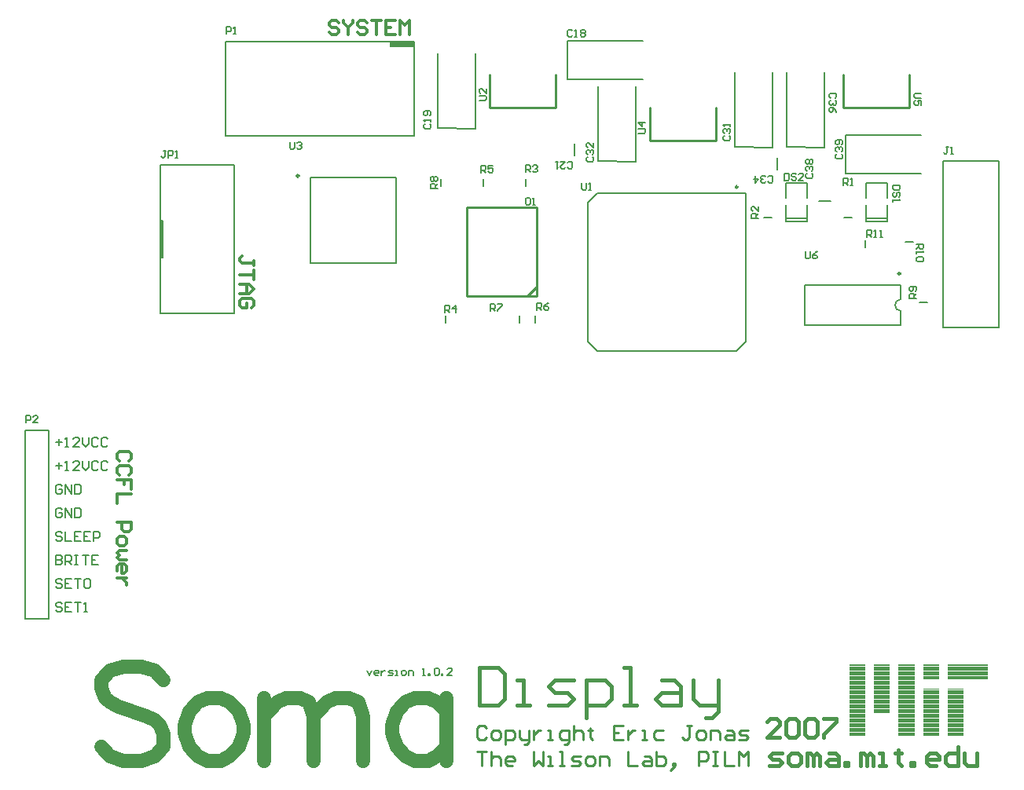
<source format=gto>
%FSLAX24Y24*%
%MOIN*%
G70*
G01*
G75*
G04 Layer_Color=65535*
%ADD10C,0.0177*%
%ADD11R,0.1000X0.1400*%
%ADD12R,0.0300X0.0600*%
%ADD13R,0.0433X0.0394*%
%ADD14R,0.0630X0.0512*%
%ADD15R,0.0945X0.1024*%
%ADD16R,0.0709X0.0630*%
%ADD17R,0.1024X0.0945*%
%ADD18R,0.0630X0.0709*%
%ADD19R,0.0394X0.0433*%
%ADD20R,0.0945X0.0354*%
%ADD21R,0.0787X0.0551*%
%ADD22R,0.0500X0.1449*%
%ADD23R,0.0177X0.0669*%
%ADD24R,0.0177X0.0669*%
%ADD25R,0.0197X0.0748*%
%ADD26R,0.0748X0.0197*%
%ADD27O,0.1083X0.0394*%
%ADD28R,0.1083X0.0394*%
%ADD29C,0.0080*%
%ADD30C,0.0060*%
%ADD31C,0.0300*%
%ADD32C,0.0160*%
%ADD33C,0.0110*%
%ADD34C,0.0120*%
%ADD35C,0.0200*%
%ADD36C,0.0100*%
%ADD37C,0.0669*%
%ADD38C,0.1600*%
%ADD39C,0.0591*%
%ADD40R,0.0591X0.0591*%
%ADD41C,0.0472*%
%ADD42C,0.0200*%
%ADD43C,0.0400*%
%ADD44C,0.0350*%
%ADD45R,0.0512X0.1339*%
%ADD46R,0.0276X0.0787*%
%ADD47R,0.0354X0.0276*%
%ADD48R,0.0276X0.0354*%
%ADD49C,0.0098*%
%ADD50C,0.0079*%
%ADD51C,0.0040*%
%ADD52C,0.0070*%
%ADD53C,0.0150*%
%ADD54C,0.0600*%
%ADD55R,0.0098X0.1575*%
D29*
X47394Y54706D02*
X49000Y54700D01*
Y54709D02*
Y57900D01*
X47394Y54706D02*
Y57896D01*
X49900Y53600D02*
X49906Y55206D01*
X49909Y53600D02*
X53100D01*
X49906Y55206D02*
X53096D01*
X39394Y54106D02*
X41000Y54100D01*
Y54109D02*
Y57300D01*
X39394Y54106D02*
Y57296D01*
X45194Y54706D02*
X46800Y54700D01*
Y54709D02*
Y57900D01*
X45194Y54706D02*
Y57896D01*
X32594Y55506D02*
X34200Y55500D01*
Y55509D02*
Y58700D01*
X32594Y55506D02*
Y58696D01*
X38100Y57600D02*
X38106Y59206D01*
X38109Y57600D02*
X41300D01*
X38106Y59206D02*
X41296D01*
X30600Y59100D02*
X30650Y59150D01*
X31600D01*
X30600Y59100D02*
X31600D01*
X30650Y59050D02*
X31600D01*
X30600Y59000D02*
X31600D01*
X30600D02*
Y59200D01*
X23600D02*
X31600D01*
X23600Y55200D02*
X31600D01*
Y59200D01*
X23600Y55200D02*
Y59200D01*
X20825Y50013D02*
X20924Y50111D01*
X20825Y50013D02*
X20924D01*
Y51587D01*
X20825D02*
X20924D01*
X20825D02*
X20924Y51489D01*
X20825Y47650D02*
X23975D01*
Y53950D01*
X20825D02*
X23975D01*
X20825Y47650D02*
Y53950D01*
X16400Y41200D02*
X16667D01*
X16533Y41333D02*
Y41067D01*
X16800Y41000D02*
X16933D01*
X16867D01*
Y41400D01*
X16800Y41333D01*
X17400Y41000D02*
X17133D01*
X17400Y41267D01*
Y41333D01*
X17333Y41400D01*
X17200D01*
X17133Y41333D01*
X17533Y41400D02*
Y41133D01*
X17666Y41000D01*
X17800Y41133D01*
Y41400D01*
X18199Y41333D02*
X18133Y41400D01*
X17999D01*
X17933Y41333D01*
Y41067D01*
X17999Y41000D01*
X18133D01*
X18199Y41067D01*
X18599Y41333D02*
X18533Y41400D01*
X18399D01*
X18333Y41333D01*
Y41067D01*
X18399Y41000D01*
X18533D01*
X18599Y41067D01*
X16667Y40333D02*
X16600Y40400D01*
X16467D01*
X16400Y40333D01*
Y40067D01*
X16467Y40000D01*
X16600D01*
X16667Y40067D01*
Y40200D01*
X16533D01*
X16800Y40000D02*
Y40400D01*
X17066Y40000D01*
Y40400D01*
X17200D02*
Y40000D01*
X17400D01*
X17466Y40067D01*
Y40333D01*
X17400Y40400D01*
X17200D01*
X16667Y39333D02*
X16600Y39400D01*
X16467D01*
X16400Y39333D01*
Y39067D01*
X16467Y39000D01*
X16600D01*
X16667Y39067D01*
Y39200D01*
X16533D01*
X16800Y39000D02*
Y39400D01*
X17066Y39000D01*
Y39400D01*
X17200D02*
Y39000D01*
X17400D01*
X17466Y39067D01*
Y39333D01*
X17400Y39400D01*
X17200D01*
X16667Y38333D02*
X16600Y38400D01*
X16467D01*
X16400Y38333D01*
Y38267D01*
X16467Y38200D01*
X16600D01*
X16667Y38133D01*
Y38067D01*
X16600Y38000D01*
X16467D01*
X16400Y38067D01*
X16800Y38400D02*
Y38000D01*
X17066D01*
X17466Y38400D02*
X17200D01*
Y38000D01*
X17466D01*
X17200Y38200D02*
X17333D01*
X17866Y38400D02*
X17600D01*
Y38000D01*
X17866D01*
X17600Y38200D02*
X17733D01*
X17999Y38000D02*
Y38400D01*
X18199D01*
X18266Y38333D01*
Y38200D01*
X18199Y38133D01*
X17999D01*
X16400Y37400D02*
Y37000D01*
X16600D01*
X16667Y37067D01*
Y37133D01*
X16600Y37200D01*
X16400D01*
X16600D01*
X16667Y37267D01*
Y37333D01*
X16600Y37400D01*
X16400D01*
X16800Y37000D02*
Y37400D01*
X17000D01*
X17066Y37333D01*
Y37200D01*
X17000Y37133D01*
X16800D01*
X16933D02*
X17066Y37000D01*
X17200Y37400D02*
X17333D01*
X17266D01*
Y37000D01*
X17200D01*
X17333D01*
X17533Y37400D02*
X17800D01*
X17666D01*
Y37000D01*
X18199Y37400D02*
X17933D01*
Y37000D01*
X18199D01*
X17933Y37200D02*
X18066D01*
X16667Y36333D02*
X16600Y36400D01*
X16467D01*
X16400Y36333D01*
Y36267D01*
X16467Y36200D01*
X16600D01*
X16667Y36133D01*
Y36067D01*
X16600Y36000D01*
X16467D01*
X16400Y36067D01*
X17066Y36400D02*
X16800D01*
Y36000D01*
X17066D01*
X16800Y36200D02*
X16933D01*
X17200Y36400D02*
X17466D01*
X17333D01*
Y36000D01*
X17600Y36333D02*
X17666Y36400D01*
X17800D01*
X17866Y36333D01*
Y36067D01*
X17800Y36000D01*
X17666D01*
X17600Y36067D01*
Y36333D01*
X16667Y35333D02*
X16600Y35400D01*
X16467D01*
X16400Y35333D01*
Y35267D01*
X16467Y35200D01*
X16600D01*
X16667Y35133D01*
Y35067D01*
X16600Y35000D01*
X16467D01*
X16400Y35067D01*
X17066Y35400D02*
X16800D01*
Y35000D01*
X17066D01*
X16800Y35200D02*
X16933D01*
X17200Y35400D02*
X17466D01*
X17333D01*
Y35000D01*
X17600D02*
X17733D01*
X17666D01*
Y35400D01*
X17600Y35333D01*
X16400Y42200D02*
X16667D01*
X16533Y42333D02*
Y42067D01*
X16800Y42000D02*
X16933D01*
X16867D01*
Y42400D01*
X16800Y42333D01*
X17400Y42000D02*
X17133D01*
X17400Y42267D01*
Y42333D01*
X17333Y42400D01*
X17200D01*
X17133Y42333D01*
X17533Y42400D02*
Y42133D01*
X17666Y42000D01*
X17800Y42133D01*
Y42400D01*
X18199Y42333D02*
X18133Y42400D01*
X17999D01*
X17933Y42333D01*
Y42067D01*
X17999Y42000D01*
X18133D01*
X18199Y42067D01*
X18599Y42333D02*
X18533Y42400D01*
X18399D01*
X18333Y42333D01*
Y42067D01*
X18399Y42000D01*
X18533D01*
X18599Y42067D01*
D32*
X34353Y32625D02*
Y31026D01*
X35153D01*
X35420Y31292D01*
Y32359D01*
X35153Y32625D01*
X34353D01*
X35953Y31026D02*
X36486D01*
X36219D01*
Y32092D01*
X35953D01*
X37286Y31026D02*
X38085D01*
X38352Y31292D01*
X38085Y31559D01*
X37552D01*
X37286Y31826D01*
X37552Y32092D01*
X38352D01*
X38885Y30493D02*
Y32092D01*
X39685D01*
X39952Y31826D01*
Y31292D01*
X39685Y31026D01*
X38885D01*
X40485D02*
X41018D01*
X40751D01*
Y32625D01*
X40485D01*
X42084Y32092D02*
X42617D01*
X42884Y31826D01*
Y31026D01*
X42084D01*
X41818Y31292D01*
X42084Y31559D01*
X42884D01*
X43417Y32092D02*
Y31292D01*
X43684Y31026D01*
X44483D01*
Y30759D01*
X44217Y30493D01*
X43950D01*
X44483Y31026D02*
Y32092D01*
D34*
X19500Y41400D02*
X19600Y41500D01*
Y41700D01*
X19500Y41800D01*
X19100D01*
X19000Y41700D01*
Y41500D01*
X19100Y41400D01*
X19500Y40800D02*
X19600Y40900D01*
Y41100D01*
X19500Y41200D01*
X19100D01*
X19000Y41100D01*
Y40900D01*
X19100Y40800D01*
X19600Y40201D02*
Y40600D01*
X19300D01*
Y40400D01*
Y40600D01*
X19000D01*
X19600Y40001D02*
X19000D01*
Y39601D01*
Y38801D02*
X19600D01*
Y38501D01*
X19500Y38401D01*
X19300D01*
X19200Y38501D01*
Y38801D01*
X19000Y38101D02*
Y37901D01*
X19100Y37801D01*
X19300D01*
X19400Y37901D01*
Y38101D01*
X19300Y38201D01*
X19100D01*
X19000Y38101D01*
X19400Y37601D02*
X19100D01*
X19000Y37501D01*
X19100Y37401D01*
X19000Y37301D01*
X19100Y37201D01*
X19400D01*
X19000Y36702D02*
Y36902D01*
X19100Y37002D01*
X19300D01*
X19400Y36902D01*
Y36702D01*
X19300Y36602D01*
X19200D01*
Y37002D01*
X19400Y36402D02*
X19000D01*
X19200D01*
X19300Y36302D01*
X19400Y36202D01*
Y36102D01*
X28400Y60000D02*
X28300Y60100D01*
X28100D01*
X28000Y60000D01*
Y59900D01*
X28100Y59800D01*
X28300D01*
X28400Y59700D01*
Y59600D01*
X28300Y59500D01*
X28100D01*
X28000Y59600D01*
X28600Y60100D02*
Y60000D01*
X28800Y59800D01*
X29000Y60000D01*
Y60100D01*
X28800Y59800D02*
Y59500D01*
X29599Y60000D02*
X29500Y60100D01*
X29300D01*
X29200Y60000D01*
Y59900D01*
X29300Y59800D01*
X29500D01*
X29599Y59700D01*
Y59600D01*
X29500Y59500D01*
X29300D01*
X29200Y59600D01*
X29799Y60100D02*
X30199D01*
X29999D01*
Y59500D01*
X30799Y60100D02*
X30399D01*
Y59500D01*
X30799D01*
X30399Y59800D02*
X30599D01*
X30999Y59500D02*
Y60100D01*
X31199Y59900D01*
X31399Y60100D01*
Y59500D01*
X24800Y49700D02*
Y49900D01*
Y49800D01*
X24300D01*
X24200Y49900D01*
Y50000D01*
X24300Y50100D01*
X24800Y49500D02*
Y49100D01*
Y49300D01*
X24200D01*
Y48900D02*
X24600D01*
X24800Y48700D01*
X24600Y48501D01*
X24200D01*
X24500D01*
Y48900D01*
X24700Y47901D02*
X24800Y48001D01*
Y48201D01*
X24700Y48301D01*
X24300D01*
X24200Y48201D01*
Y48001D01*
X24300Y47901D01*
X24500D01*
Y48101D01*
D36*
X34800Y56400D02*
Y57800D01*
X37600Y56400D02*
Y57800D01*
X34800Y56400D02*
X37600D01*
X49800D02*
X52600D01*
Y57800D01*
X49800Y56400D02*
Y57800D01*
X41600Y55000D02*
X44400D01*
Y56400D01*
X41600Y55000D02*
Y56400D01*
X36400Y48397D02*
X36794Y48791D01*
X33841Y48397D02*
Y52137D01*
X36794D01*
Y48397D02*
Y52137D01*
X33841Y48397D02*
X36794D01*
X34255Y29067D02*
X34655D01*
X34455D01*
Y28467D01*
X34855Y29067D02*
Y28467D01*
Y28767D01*
X34955Y28867D01*
X35155D01*
X35255Y28767D01*
Y28467D01*
X35754D02*
X35554D01*
X35454Y28567D01*
Y28767D01*
X35554Y28867D01*
X35754D01*
X35854Y28767D01*
Y28667D01*
X35454D01*
X36654Y29067D02*
Y28467D01*
X36854Y28667D01*
X37054Y28467D01*
Y29067D01*
X37254Y28467D02*
X37454D01*
X37354D01*
Y28867D01*
X37254D01*
X37754Y28467D02*
X37954D01*
X37854D01*
Y29067D01*
X37754D01*
X38254Y28467D02*
X38553D01*
X38653Y28567D01*
X38553Y28667D01*
X38354D01*
X38254Y28767D01*
X38354Y28867D01*
X38653D01*
X38953Y28467D02*
X39153D01*
X39253Y28567D01*
Y28767D01*
X39153Y28867D01*
X38953D01*
X38853Y28767D01*
Y28567D01*
X38953Y28467D01*
X39453D02*
Y28867D01*
X39753D01*
X39853Y28767D01*
Y28467D01*
X40653Y29067D02*
Y28467D01*
X41053D01*
X41353Y28867D02*
X41553D01*
X41652Y28767D01*
Y28467D01*
X41353D01*
X41253Y28567D01*
X41353Y28667D01*
X41652D01*
X41852Y29067D02*
Y28467D01*
X42152D01*
X42252Y28567D01*
Y28667D01*
Y28767D01*
X42152Y28867D01*
X41852D01*
X42552Y28367D02*
X42652Y28467D01*
Y28567D01*
X42552D01*
Y28467D01*
X42652D01*
X42552Y28367D01*
X42452Y28267D01*
X43652Y28467D02*
Y29067D01*
X43952D01*
X44052Y28967D01*
Y28767D01*
X43952Y28667D01*
X43652D01*
X44252Y29067D02*
X44452D01*
X44352D01*
Y28467D01*
X44252D01*
X44452D01*
X44751Y29067D02*
Y28467D01*
X45151D01*
X45351D02*
Y29067D01*
X45551Y28867D01*
X45751Y29067D01*
Y28467D01*
X34655Y30049D02*
X34555Y30149D01*
X34355D01*
X34255Y30049D01*
Y29649D01*
X34355Y29549D01*
X34555D01*
X34655Y29649D01*
X34955Y29549D02*
X35155D01*
X35255Y29649D01*
Y29849D01*
X35155Y29949D01*
X34955D01*
X34855Y29849D01*
Y29649D01*
X34955Y29549D01*
X35454Y29350D02*
Y29949D01*
X35754D01*
X35854Y29849D01*
Y29649D01*
X35754Y29549D01*
X35454D01*
X36054Y29949D02*
Y29649D01*
X36154Y29549D01*
X36454D01*
Y29450D01*
X36354Y29350D01*
X36254D01*
X36454Y29549D02*
Y29949D01*
X36654D02*
Y29549D01*
Y29749D01*
X36754Y29849D01*
X36854Y29949D01*
X36954D01*
X37254Y29549D02*
X37454D01*
X37354D01*
Y29949D01*
X37254D01*
X37954Y29350D02*
X38054D01*
X38154Y29450D01*
Y29949D01*
X37854D01*
X37754Y29849D01*
Y29649D01*
X37854Y29549D01*
X38154D01*
X38354Y30149D02*
Y29549D01*
Y29849D01*
X38454Y29949D01*
X38653D01*
X38753Y29849D01*
Y29549D01*
X39053Y30049D02*
Y29949D01*
X38953D01*
X39153D01*
X39053D01*
Y29649D01*
X39153Y29549D01*
X40453Y30149D02*
X40053D01*
Y29549D01*
X40453D01*
X40053Y29849D02*
X40253D01*
X40653Y29949D02*
Y29549D01*
Y29749D01*
X40753Y29849D01*
X40853Y29949D01*
X40953D01*
X41253Y29549D02*
X41453D01*
X41353D01*
Y29949D01*
X41253D01*
X42152D02*
X41852D01*
X41752Y29849D01*
Y29649D01*
X41852Y29549D01*
X42152D01*
X43352Y30149D02*
X43152D01*
X43252D01*
Y29649D01*
X43152Y29549D01*
X43052D01*
X42952Y29649D01*
X43652Y29549D02*
X43852D01*
X43952Y29649D01*
Y29849D01*
X43852Y29949D01*
X43652D01*
X43552Y29849D01*
Y29649D01*
X43652Y29549D01*
X44152D02*
Y29949D01*
X44452D01*
X44552Y29849D01*
Y29549D01*
X44851Y29949D02*
X45051D01*
X45151Y29849D01*
Y29549D01*
X44851D01*
X44751Y29649D01*
X44851Y29749D01*
X45151D01*
X45351Y29549D02*
X45651D01*
X45751Y29649D01*
X45651Y29749D01*
X45451D01*
X45351Y29849D01*
X45451Y29949D01*
X45751D01*
D49*
X45325Y53012D02*
G03*
X45325Y53012I-49J0D01*
G01*
X52218Y49339D02*
G03*
X52218Y49339I-49J0D01*
G01*
X26707Y53490D02*
G03*
X26707Y53490I-49J0D01*
G01*
D50*
X52237Y48250D02*
G03*
X52237Y47750I0J-250D01*
G01*
X34531Y53043D02*
Y53357D01*
X50747Y51699D02*
X51653D01*
Y52557D02*
Y53187D01*
X50747Y52557D02*
Y53187D01*
X51653D01*
X50747Y51561D02*
X51653D01*
Y52243D01*
X50747Y51561D02*
Y52243D01*
X47347Y51699D02*
X48253D01*
Y52557D02*
Y53187D01*
X47347Y52557D02*
Y53187D01*
X48253D01*
X47347Y51561D02*
X48253D01*
Y52243D01*
X47347Y51561D02*
Y52243D01*
X32731Y53043D02*
Y53357D01*
X36069Y47243D02*
Y47557D01*
X36731Y47243D02*
Y47557D01*
X48744Y52402D02*
X49256D01*
X46998Y53744D02*
Y54256D01*
X32931Y47243D02*
Y47557D01*
X36331Y53043D02*
Y53357D01*
X38398Y54344D02*
Y54856D01*
X50731Y50443D02*
Y50757D01*
X52443Y50669D02*
X52757D01*
X53043Y48131D02*
X53357D01*
X16100Y34700D02*
Y42700D01*
X15100D02*
X16100D01*
X15100Y34700D02*
Y42700D01*
Y34700D02*
X16100D01*
X45276Y46063D02*
X45669Y46457D01*
X38976D02*
X39370Y46063D01*
X38976Y52362D02*
X39370Y52756D01*
X45669Y46457D02*
Y52756D01*
X39370Y46063D02*
X45276D01*
X38976Y46457D02*
Y52362D01*
X39370Y52756D02*
X45669D01*
X48163Y47154D02*
X52237D01*
X48163Y48846D02*
X52237D01*
X48163Y47154D02*
Y48846D01*
X52237Y47154D02*
Y47750D01*
Y48250D02*
Y48846D01*
X30811Y49789D02*
Y53411D01*
X27189Y49789D02*
Y53411D01*
X30811D01*
X27189Y49789D02*
X30811D01*
X49843Y51731D02*
X50157D01*
X46443D02*
X46757D01*
D51*
X50057Y32746D02*
X50697D01*
X51097D02*
X51737D01*
X52137D02*
X52777D01*
X53177D02*
X53817D01*
X54217D02*
X55897D01*
X50057Y32706D02*
X50697D01*
X51097D02*
X51737D01*
X52137D02*
X52777D01*
X53177D02*
X53817D01*
X54217D02*
X55897D01*
X50057Y32666D02*
X50697D01*
X51097D02*
X51737D01*
X52137D02*
X52777D01*
X53177D02*
X53817D01*
X54217D02*
X55897D01*
X50057Y32626D02*
X50697D01*
X51097D02*
X51737D01*
X52137D02*
X52777D01*
X53177D02*
X53817D01*
X54217D02*
X55897D01*
X50057Y32586D02*
X50697D01*
X51097D02*
X51737D01*
X52137D02*
X52777D01*
X53177D02*
X53817D01*
X54217D02*
X55897D01*
X50057Y32546D02*
X50697D01*
X51097D02*
X51737D01*
X52137D02*
X52777D01*
X53177D02*
X53817D01*
X54217D02*
X55897D01*
X50057Y32506D02*
X50697D01*
X51097D02*
X51737D01*
X52137D02*
X52777D01*
X53177D02*
X53817D01*
X54217D02*
X55897D01*
X50057Y32466D02*
X50697D01*
X51097D02*
X51737D01*
X52137D02*
X52777D01*
X53177D02*
X53817D01*
X54217D02*
X55897D01*
X50057Y32426D02*
X50697D01*
X51097D02*
X51737D01*
X52137D02*
X52777D01*
X53177D02*
X53817D01*
X54217D02*
X55897D01*
X50057Y32386D02*
X50697D01*
X51097D02*
X51737D01*
X52137D02*
X52777D01*
X53177D02*
X53817D01*
X54217D02*
X55897D01*
X50057Y32346D02*
X50697D01*
X51097D02*
X51737D01*
X52137D02*
X52777D01*
X53177D02*
X53817D01*
X54217D02*
X55897D01*
X50057Y32306D02*
X50697D01*
X51097D02*
X51737D01*
X52137D02*
X52777D01*
X53177D02*
X53817D01*
X54217D02*
X55897D01*
X50057Y32266D02*
X50697D01*
X51097D02*
X51737D01*
X52137D02*
X52777D01*
X53177D02*
X53817D01*
X54217D02*
X55897D01*
X50057Y32226D02*
X50697D01*
X51097D02*
X51737D01*
X52137D02*
X52777D01*
X53177D02*
X53817D01*
X54217D02*
X55897D01*
X50057Y32186D02*
X50697D01*
X51097D02*
X51737D01*
X52137D02*
X52777D01*
X53177D02*
X53817D01*
X54217D02*
X55897D01*
X50057Y32146D02*
X50697D01*
X51097D02*
X51737D01*
X52137D02*
X52777D01*
X53177D02*
X53817D01*
X54217D02*
X55897D01*
X50057Y32106D02*
X50697D01*
X51097D02*
X51737D01*
X52137D02*
X52777D01*
X50057Y32066D02*
X50697D01*
X51097D02*
X51737D01*
X52137D02*
X52777D01*
X50057Y32026D02*
X50697D01*
X51097D02*
X51737D01*
X52137D02*
X52777D01*
X50057Y31986D02*
X50697D01*
X51097D02*
X51737D01*
X52137D02*
X52777D01*
X50057Y31946D02*
X50697D01*
X51097D02*
X51737D01*
X52137D02*
X52777D01*
X50057Y31906D02*
X50697D01*
X51097D02*
X51737D01*
X52137D02*
X52777D01*
X50057Y31866D02*
X50697D01*
X51097D02*
X51737D01*
X52137D02*
X52777D01*
X50057Y31826D02*
X50697D01*
X51097D02*
X51737D01*
X52137D02*
X52777D01*
X50057Y31786D02*
X50697D01*
X51097D02*
X51737D01*
X52137D02*
X52777D01*
X50057Y31746D02*
X50697D01*
X51097D02*
X51737D01*
X52137D02*
X52777D01*
X50057Y31706D02*
X50697D01*
X51097D02*
X51737D01*
X52137D02*
X52777D01*
X53177D02*
X53817D01*
X54217D02*
X54857D01*
X50057Y31666D02*
X50697D01*
X51097D02*
X51737D01*
X52137D02*
X52777D01*
X53177D02*
X53817D01*
X54217D02*
X54857D01*
X50057Y31626D02*
X50697D01*
X51097D02*
X51737D01*
X52137D02*
X52777D01*
X53177D02*
X53817D01*
X54217D02*
X54857D01*
X50057Y31586D02*
X50697D01*
X51097D02*
X51737D01*
X52137D02*
X52777D01*
X53177D02*
X53817D01*
X54217D02*
X54857D01*
X50057Y31546D02*
X50697D01*
X51097D02*
X51737D01*
X52137D02*
X52777D01*
X53177D02*
X53817D01*
X54217D02*
X54857D01*
X50057Y31506D02*
X50697D01*
X51097D02*
X51737D01*
X52137D02*
X52777D01*
X53177D02*
X53817D01*
X54217D02*
X54857D01*
X50057Y31466D02*
X50697D01*
X51097D02*
X51737D01*
X52137D02*
X52777D01*
X53177D02*
X53817D01*
X54217D02*
X54857D01*
X50057Y31426D02*
X50697D01*
X51097D02*
X51737D01*
X52137D02*
X52777D01*
X53177D02*
X53817D01*
X54217D02*
X54857D01*
X50057Y31386D02*
X50697D01*
X51097D02*
X51737D01*
X52137D02*
X52777D01*
X53177D02*
X53817D01*
X54217D02*
X54857D01*
X50057Y31346D02*
X50697D01*
X51097D02*
X51737D01*
X52137D02*
X52777D01*
X53177D02*
X53817D01*
X54217D02*
X54857D01*
X50057Y31306D02*
X50697D01*
X51097D02*
X51737D01*
X52137D02*
X52777D01*
X53177D02*
X53817D01*
X54217D02*
X54857D01*
X50057Y31266D02*
X50697D01*
X51097D02*
X51737D01*
X52137D02*
X52777D01*
X53177D02*
X53817D01*
X54217D02*
X54857D01*
X50057Y31226D02*
X50697D01*
X51097D02*
X51737D01*
X52137D02*
X52777D01*
X53177D02*
X53817D01*
X54217D02*
X54857D01*
X50057Y31186D02*
X50697D01*
X51097D02*
X51737D01*
X52137D02*
X52777D01*
X53177D02*
X53817D01*
X54217D02*
X54857D01*
X50057Y31146D02*
X50697D01*
X51097D02*
X51737D01*
X52137D02*
X52777D01*
X53177D02*
X53817D01*
X54217D02*
X54857D01*
X50057Y31106D02*
X50697D01*
X51097D02*
X51737D01*
X52137D02*
X52777D01*
X53177D02*
X53817D01*
X54217D02*
X54857D01*
X50057Y31066D02*
X50697D01*
X51097D02*
X51737D01*
X52137D02*
X52777D01*
X53177D02*
X53817D01*
X54217D02*
X54857D01*
X50057Y31026D02*
X50697D01*
X51097D02*
X51737D01*
X52137D02*
X52777D01*
X53177D02*
X53817D01*
X54217D02*
X54857D01*
X50057Y30986D02*
X50697D01*
X51097D02*
X51737D01*
X52137D02*
X52777D01*
X53177D02*
X53817D01*
X54217D02*
X54857D01*
X50057Y30946D02*
X50697D01*
X51097D02*
X51737D01*
X52137D02*
X52777D01*
X53177D02*
X53817D01*
X54217D02*
X54857D01*
X50057Y30906D02*
X50697D01*
X51097D02*
X51737D01*
X52137D02*
X52777D01*
X53177D02*
X53817D01*
X54217D02*
X54857D01*
X50057Y30866D02*
X50697D01*
X51097D02*
X51737D01*
X52137D02*
X52777D01*
X53177D02*
X53817D01*
X54217D02*
X54857D01*
X50057Y30826D02*
X50697D01*
X51097D02*
X51737D01*
X52137D02*
X52777D01*
X53177D02*
X53817D01*
X54217D02*
X54857D01*
X50057Y30786D02*
X50697D01*
X51097D02*
X51737D01*
X52137D02*
X52777D01*
X53177D02*
X53817D01*
X54217D02*
X54857D01*
X50057Y30746D02*
X50697D01*
X51097D02*
X51737D01*
X52137D02*
X52777D01*
X53177D02*
X53817D01*
X54217D02*
X54857D01*
X50057Y30706D02*
X50697D01*
X51097D02*
X51737D01*
X52137D02*
X52777D01*
X53177D02*
X53817D01*
X54217D02*
X54857D01*
X50057Y30666D02*
X50697D01*
X52137D02*
X52777D01*
X53177D02*
X53817D01*
X54217D02*
X54857D01*
X50057Y30626D02*
X50697D01*
X52137D02*
X52777D01*
X53177D02*
X53817D01*
X54217D02*
X54857D01*
X50057Y30586D02*
X50697D01*
X52137D02*
X52777D01*
X53177D02*
X53817D01*
X54217D02*
X54857D01*
X50057Y30546D02*
X50697D01*
X52137D02*
X52777D01*
X53177D02*
X53817D01*
X54217D02*
X54857D01*
X50057Y30506D02*
X50697D01*
X52137D02*
X52777D01*
X53177D02*
X53817D01*
X54217D02*
X54857D01*
X50057Y30466D02*
X50697D01*
X52137D02*
X52777D01*
X53177D02*
X53817D01*
X54217D02*
X54857D01*
X50057Y30426D02*
X50697D01*
X52137D02*
X52777D01*
X53177D02*
X53817D01*
X54217D02*
X54857D01*
X50057Y30386D02*
X50697D01*
X52137D02*
X52777D01*
X53177D02*
X53817D01*
X54217D02*
X54857D01*
X50057Y30346D02*
X50697D01*
X52137D02*
X52777D01*
X53177D02*
X53817D01*
X54217D02*
X54857D01*
X50057Y30306D02*
X50697D01*
X52137D02*
X52777D01*
X53177D02*
X53817D01*
X54217D02*
X54857D01*
X50057Y30266D02*
X50697D01*
X52137D02*
X52777D01*
X53177D02*
X53817D01*
X54217D02*
X54857D01*
X50057Y30226D02*
X50697D01*
X52137D02*
X52777D01*
X53177D02*
X53817D01*
X54217D02*
X54857D01*
X50057Y30186D02*
X50697D01*
X52137D02*
X52777D01*
X53177D02*
X53817D01*
X54217D02*
X54857D01*
X50057Y30146D02*
X50697D01*
X52137D02*
X52777D01*
X53177D02*
X53817D01*
X54217D02*
X54857D01*
X50057Y30106D02*
X50697D01*
X52137D02*
X52777D01*
X53177D02*
X53817D01*
X54217D02*
X54857D01*
X50057Y30066D02*
X50697D01*
X52137D02*
X52777D01*
X53177D02*
X53817D01*
X54217D02*
X54857D01*
X50057Y30026D02*
X50697D01*
X52137D02*
X52777D01*
X53177D02*
X53817D01*
X54217D02*
X54857D01*
X50057Y29986D02*
X50697D01*
X52137D02*
X52777D01*
X53177D02*
X53817D01*
X54217D02*
X54857D01*
X50057Y29946D02*
X50697D01*
X52137D02*
X52777D01*
X53177D02*
X53817D01*
X54217D02*
X54857D01*
X50057Y29906D02*
X50697D01*
X52137D02*
X52777D01*
X53177D02*
X53817D01*
X54217D02*
X54857D01*
X50057Y29866D02*
X50697D01*
X52137D02*
X52777D01*
X53177D02*
X53817D01*
X54217D02*
X54857D01*
X50057Y29826D02*
X50697D01*
X52137D02*
X52777D01*
X53177D02*
X53817D01*
X54217D02*
X54857D01*
X50057Y29786D02*
X50697D01*
X52137D02*
X52777D01*
X53177D02*
X53817D01*
X54217D02*
X54857D01*
X50057Y29746D02*
X50697D01*
X52137D02*
X52777D01*
X53177D02*
X53817D01*
X54217D02*
X54857D01*
D52*
X54019Y47035D02*
Y54121D01*
Y47035D02*
Y54121D01*
X56381D01*
X54019Y47035D02*
X56381D01*
Y54121D01*
X52200Y53100D02*
X51900D01*
Y52950D01*
X51950Y52900D01*
X52150D01*
X52200Y52950D01*
Y53100D01*
X52150Y52600D02*
X52200Y52650D01*
Y52750D01*
X52150Y52800D01*
X52100D01*
X52050Y52750D01*
Y52650D01*
X52000Y52600D01*
X51950D01*
X51900Y52650D01*
Y52750D01*
X51950Y52800D01*
X51900Y52500D02*
Y52400D01*
Y52450D01*
X52200D01*
X52150Y52500D01*
X47300Y53600D02*
Y53300D01*
X47450D01*
X47500Y53350D01*
Y53550D01*
X47450Y53600D01*
X47300D01*
X47800Y53550D02*
X47750Y53600D01*
X47650D01*
X47600Y53550D01*
Y53500D01*
X47650Y53450D01*
X47750D01*
X47800Y53400D01*
Y53350D01*
X47750Y53300D01*
X47650D01*
X47600Y53350D01*
X48100Y53300D02*
X47900D01*
X48100Y53500D01*
Y53550D01*
X48050Y53600D01*
X47950D01*
X47900Y53550D01*
X49800Y53100D02*
Y53400D01*
X49950D01*
X50000Y53350D01*
Y53250D01*
X49950Y53200D01*
X49800D01*
X49900D02*
X50000Y53100D01*
X50100D02*
X50200D01*
X50150D01*
Y53400D01*
X50100Y53350D01*
X46200Y51700D02*
X45900D01*
Y51850D01*
X45950Y51900D01*
X46050D01*
X46100Y51850D01*
Y51700D01*
Y51800D02*
X46200Y51900D01*
Y52200D02*
Y52000D01*
X46000Y52200D01*
X45950D01*
X45900Y52150D01*
Y52050D01*
X45950Y52000D01*
X38700Y53200D02*
Y52950D01*
X38750Y52900D01*
X38850D01*
X38900Y52950D01*
Y53200D01*
X39000Y52900D02*
X39100D01*
X39050D01*
Y53200D01*
X39000Y53150D01*
X38300Y59650D02*
X38250Y59700D01*
X38150D01*
X38100Y59650D01*
Y59450D01*
X38150Y59400D01*
X38250D01*
X38300Y59450D01*
X38400Y59400D02*
X38500D01*
X38450D01*
Y59700D01*
X38400Y59650D01*
X38650D02*
X38700Y59700D01*
X38800D01*
X38850Y59650D01*
Y59600D01*
X38800Y59550D01*
X38850Y59500D01*
Y59450D01*
X38800Y59400D01*
X38700D01*
X38650Y59450D01*
Y59500D01*
X38700Y59550D01*
X38650Y59600D01*
Y59650D01*
X38700Y59550D02*
X38800D01*
X32050Y55700D02*
X32000Y55650D01*
Y55550D01*
X32050Y55500D01*
X32250D01*
X32300Y55550D01*
Y55650D01*
X32250Y55700D01*
X32300Y55800D02*
Y55900D01*
Y55850D01*
X32000D01*
X32050Y55800D01*
X32250Y56050D02*
X32300Y56100D01*
Y56200D01*
X32250Y56250D01*
X32050D01*
X32000Y56200D01*
Y56100D01*
X32050Y56050D01*
X32100D01*
X32150Y56100D01*
Y56250D01*
X38100Y53850D02*
X38150Y53800D01*
X38250D01*
X38300Y53850D01*
Y54050D01*
X38250Y54100D01*
X38150D01*
X38100Y54050D01*
X37800Y54100D02*
X38000D01*
X37800Y53900D01*
Y53850D01*
X37850Y53800D01*
X37950D01*
X38000Y53850D01*
X37700Y54100D02*
X37600D01*
X37650D01*
Y53800D01*
X37700Y53850D01*
X44750Y55200D02*
X44700Y55150D01*
Y55050D01*
X44750Y55000D01*
X44950D01*
X45000Y55050D01*
Y55150D01*
X44950Y55200D01*
X44750Y55300D02*
X44700Y55350D01*
Y55450D01*
X44750Y55500D01*
X44800D01*
X44850Y55450D01*
Y55400D01*
Y55450D01*
X44900Y55500D01*
X44950D01*
X45000Y55450D01*
Y55350D01*
X44950Y55300D01*
X45000Y55600D02*
Y55700D01*
Y55650D01*
X44700D01*
X44750Y55600D01*
X38950Y54300D02*
X38900Y54250D01*
Y54150D01*
X38950Y54100D01*
X39150D01*
X39200Y54150D01*
Y54250D01*
X39150Y54300D01*
X38950Y54400D02*
X38900Y54450D01*
Y54550D01*
X38950Y54600D01*
X39000D01*
X39050Y54550D01*
Y54500D01*
Y54550D01*
X39100Y54600D01*
X39150D01*
X39200Y54550D01*
Y54450D01*
X39150Y54400D01*
X39200Y54900D02*
Y54700D01*
X39000Y54900D01*
X38950D01*
X38900Y54850D01*
Y54750D01*
X38950Y54700D01*
X46600Y53250D02*
X46650Y53200D01*
X46750D01*
X46800Y53250D01*
Y53450D01*
X46750Y53500D01*
X46650D01*
X46600Y53450D01*
X46500Y53250D02*
X46450Y53200D01*
X46350D01*
X46300Y53250D01*
Y53300D01*
X46350Y53350D01*
X46400D01*
X46350D01*
X46300Y53400D01*
Y53450D01*
X46350Y53500D01*
X46450D01*
X46500Y53450D01*
X46050Y53500D02*
Y53200D01*
X46200Y53350D01*
X46000D01*
X49450Y56800D02*
X49500Y56850D01*
Y56950D01*
X49450Y57000D01*
X49250D01*
X49200Y56950D01*
Y56850D01*
X49250Y56800D01*
X49450Y56700D02*
X49500Y56650D01*
Y56550D01*
X49450Y56500D01*
X49400D01*
X49350Y56550D01*
Y56600D01*
Y56550D01*
X49300Y56500D01*
X49250D01*
X49200Y56550D01*
Y56650D01*
X49250Y56700D01*
X49500Y56200D02*
X49450Y56300D01*
X49350Y56400D01*
X49250D01*
X49200Y56350D01*
Y56250D01*
X49250Y56200D01*
X49300D01*
X49350Y56250D01*
Y56400D01*
X48250Y53600D02*
X48200Y53550D01*
Y53450D01*
X48250Y53400D01*
X48450D01*
X48500Y53450D01*
Y53550D01*
X48450Y53600D01*
X48250Y53700D02*
X48200Y53750D01*
Y53850D01*
X48250Y53900D01*
X48300D01*
X48350Y53850D01*
Y53800D01*
Y53850D01*
X48400Y53900D01*
X48450D01*
X48500Y53850D01*
Y53750D01*
X48450Y53700D01*
X48250Y54000D02*
X48200Y54050D01*
Y54150D01*
X48250Y54200D01*
X48300D01*
X48350Y54150D01*
X48400Y54200D01*
X48450D01*
X48500Y54150D01*
Y54050D01*
X48450Y54000D01*
X48400D01*
X48350Y54050D01*
X48300Y54000D01*
X48250D01*
X48350Y54050D02*
Y54150D01*
X49518Y54413D02*
X49468Y54363D01*
Y54263D01*
X49518Y54213D01*
X49718D01*
X49768Y54263D01*
Y54363D01*
X49718Y54413D01*
X49518Y54513D02*
X49468Y54563D01*
Y54663D01*
X49518Y54713D01*
X49568D01*
X49618Y54663D01*
Y54613D01*
Y54663D01*
X49668Y54713D01*
X49718D01*
X49768Y54663D01*
Y54563D01*
X49718Y54513D01*
Y54813D02*
X49768Y54863D01*
Y54963D01*
X49718Y55013D01*
X49518D01*
X49468Y54963D01*
Y54863D01*
X49518Y54813D01*
X49568D01*
X49618Y54863D01*
Y55013D01*
X54250Y54730D02*
X54150D01*
X54200D01*
Y54480D01*
X54150Y54430D01*
X54100D01*
X54050Y54480D01*
X54350Y54430D02*
X54450D01*
X54400D01*
Y54730D01*
X54350Y54680D01*
X21060Y54560D02*
X20960D01*
X21010D01*
Y54310D01*
X20960Y54260D01*
X20910D01*
X20860Y54310D01*
X21160Y54260D02*
Y54560D01*
X21310D01*
X21360Y54510D01*
Y54410D01*
X21310Y54360D01*
X21160D01*
X21460Y54260D02*
X21560D01*
X21510D01*
Y54560D01*
X21460Y54510D01*
X36469Y52564D02*
X36369D01*
X36319Y52514D01*
Y52314D01*
X36369Y52264D01*
X36469D01*
X36519Y52314D01*
Y52514D01*
X36469Y52564D01*
X36619Y52264D02*
X36719D01*
X36669D01*
Y52564D01*
X36619Y52514D01*
X23630Y59510D02*
Y59810D01*
X23780D01*
X23830Y59760D01*
Y59660D01*
X23780Y59610D01*
X23630D01*
X23930Y59510D02*
X24030D01*
X23980D01*
Y59810D01*
X23930Y59760D01*
X36319Y53642D02*
Y53942D01*
X36469D01*
X36519Y53892D01*
Y53792D01*
X36469Y53742D01*
X36319D01*
X36419D02*
X36519Y53642D01*
X36619Y53892D02*
X36669Y53942D01*
X36769D01*
X36819Y53892D01*
Y53842D01*
X36769Y53792D01*
X36719D01*
X36769D01*
X36819Y53742D01*
Y53692D01*
X36769Y53642D01*
X36669D01*
X36619Y53692D01*
X32900Y47700D02*
Y48000D01*
X33050D01*
X33100Y47950D01*
Y47850D01*
X33050Y47800D01*
X32900D01*
X33000D02*
X33100Y47700D01*
X33350D02*
Y48000D01*
X33200Y47850D01*
X33400D01*
X34443Y53623D02*
Y53922D01*
X34593D01*
X34643Y53872D01*
Y53772D01*
X34593Y53722D01*
X34443D01*
X34543D02*
X34643Y53623D01*
X34943Y53922D02*
X34743D01*
Y53772D01*
X34843Y53822D01*
X34893D01*
X34943Y53772D01*
Y53673D01*
X34893Y53623D01*
X34793D01*
X34743Y53673D01*
X36800Y47800D02*
Y48100D01*
X36950D01*
X37000Y48050D01*
Y47950D01*
X36950Y47900D01*
X36800D01*
X36900D02*
X37000Y47800D01*
X37300Y48100D02*
X37200Y48050D01*
X37100Y47950D01*
Y47850D01*
X37150Y47800D01*
X37250D01*
X37300Y47850D01*
Y47900D01*
X37250Y47950D01*
X37100D01*
X34843Y47736D02*
Y48036D01*
X34992D01*
X35042Y47986D01*
Y47886D01*
X34992Y47836D01*
X34843D01*
X34942D02*
X35042Y47736D01*
X35142Y48036D02*
X35342D01*
Y47986D01*
X35142Y47786D01*
Y47736D01*
X32579Y52953D02*
X32279D01*
Y53103D01*
X32329Y53153D01*
X32429D01*
X32479Y53103D01*
Y52953D01*
Y53053D02*
X32579Y53153D01*
X32329Y53253D02*
X32279Y53303D01*
Y53403D01*
X32329Y53453D01*
X32379D01*
X32429Y53403D01*
X32479Y53453D01*
X32529D01*
X32579Y53403D01*
Y53303D01*
X32529Y53253D01*
X32479D01*
X32429Y53303D01*
X32379Y53253D01*
X32329D01*
X32429Y53303D02*
Y53403D01*
X52900Y48300D02*
X52600D01*
Y48450D01*
X52650Y48500D01*
X52750D01*
X52800Y48450D01*
Y48300D01*
Y48400D02*
X52900Y48500D01*
X52850Y48600D02*
X52900Y48650D01*
Y48750D01*
X52850Y48800D01*
X52650D01*
X52600Y48750D01*
Y48650D01*
X52650Y48600D01*
X52700D01*
X52750Y48650D01*
Y48800D01*
X52900Y50600D02*
X53200D01*
Y50450D01*
X53150Y50400D01*
X53050D01*
X53000Y50450D01*
Y50600D01*
Y50500D02*
X52900Y50400D01*
Y50300D02*
Y50200D01*
Y50250D01*
X53200D01*
X53150Y50300D01*
Y50050D02*
X53200Y50000D01*
Y49900D01*
X53150Y49850D01*
X52950D01*
X52900Y49900D01*
Y50000D01*
X52950Y50050D01*
X53150D01*
X50800Y50900D02*
Y51200D01*
X50950D01*
X51000Y51150D01*
Y51050D01*
X50950Y51000D01*
X50800D01*
X50900D02*
X51000Y50900D01*
X51100D02*
X51200D01*
X51150D01*
Y51200D01*
X51100Y51150D01*
X51350Y50900D02*
X51450D01*
X51400D01*
Y51200D01*
X51350Y51150D01*
X34346Y56693D02*
X34596D01*
X34646Y56743D01*
Y56843D01*
X34596Y56893D01*
X34346D01*
X34646Y57193D02*
Y56993D01*
X34446Y57193D01*
X34396D01*
X34346Y57143D01*
Y57043D01*
X34396Y56993D01*
X26310Y54930D02*
Y54680D01*
X26360Y54630D01*
X26460D01*
X26510Y54680D01*
Y54930D01*
X26610Y54880D02*
X26660Y54930D01*
X26760D01*
X26810Y54880D01*
Y54830D01*
X26760Y54780D01*
X26710D01*
X26760D01*
X26810Y54730D01*
Y54680D01*
X26760Y54630D01*
X26660D01*
X26610Y54680D01*
X41100Y55300D02*
X41350D01*
X41400Y55350D01*
Y55450D01*
X41350Y55500D01*
X41100D01*
X41400Y55750D02*
X41100D01*
X41250Y55600D01*
Y55800D01*
X53100Y57000D02*
X52850D01*
X52800Y56950D01*
Y56850D01*
X52850Y56800D01*
X53100D01*
Y56500D02*
Y56700D01*
X52950D01*
X53000Y56600D01*
Y56550D01*
X52950Y56500D01*
X52850D01*
X52800Y56550D01*
Y56650D01*
X52850Y56700D01*
X48190Y50280D02*
Y50030D01*
X48240Y49980D01*
X48340D01*
X48390Y50030D01*
Y50280D01*
X48690D02*
X48590Y50230D01*
X48490Y50130D01*
Y50030D01*
X48540Y49980D01*
X48640D01*
X48690Y50030D01*
Y50080D01*
X48640Y50130D01*
X48490D01*
X15130Y43010D02*
Y43310D01*
X15280D01*
X15330Y43260D01*
Y43160D01*
X15280Y43110D01*
X15130D01*
X15630Y43010D02*
X15430D01*
X15630Y43210D01*
Y43260D01*
X15580Y43310D01*
X15480D01*
X15430Y43260D01*
X29600Y32500D02*
X29700Y32300D01*
X29800Y32500D01*
X30050Y32300D02*
X29950D01*
X29900Y32350D01*
Y32450D01*
X29950Y32500D01*
X30050D01*
X30100Y32450D01*
Y32400D01*
X29900D01*
X30200Y32500D02*
Y32300D01*
Y32400D01*
X30250Y32450D01*
X30300Y32500D01*
X30350D01*
X30500Y32300D02*
X30650D01*
X30700Y32350D01*
X30650Y32400D01*
X30550D01*
X30500Y32450D01*
X30550Y32500D01*
X30700D01*
X30800Y32300D02*
X30900D01*
X30850D01*
Y32500D01*
X30800D01*
X31100Y32300D02*
X31199D01*
X31249Y32350D01*
Y32450D01*
X31199Y32500D01*
X31100D01*
X31050Y32450D01*
Y32350D01*
X31100Y32300D01*
X31349D02*
Y32500D01*
X31499D01*
X31549Y32450D01*
Y32300D01*
X31949D02*
X32049D01*
X31999D01*
Y32600D01*
X31949Y32550D01*
X32199Y32300D02*
Y32350D01*
X32249D01*
Y32300D01*
X32199D01*
X32449Y32550D02*
X32499Y32600D01*
X32599D01*
X32649Y32550D01*
Y32350D01*
X32599Y32300D01*
X32499D01*
X32449Y32350D01*
Y32550D01*
X32749Y32300D02*
Y32350D01*
X32799D01*
Y32300D01*
X32749D01*
X33199D02*
X32999D01*
X33199Y32500D01*
Y32550D01*
X33149Y32600D01*
X33049D01*
X32999Y32550D01*
D53*
X46656Y28467D02*
X47056D01*
X47190Y28600D01*
X47056Y28733D01*
X46790D01*
X46656Y28867D01*
X46790Y29000D01*
X47190D01*
X47589Y28467D02*
X47856D01*
X47989Y28600D01*
Y28867D01*
X47856Y29000D01*
X47589D01*
X47456Y28867D01*
Y28600D01*
X47589Y28467D01*
X48256D02*
Y29000D01*
X48389D01*
X48523Y28867D01*
Y28467D01*
Y28867D01*
X48656Y29000D01*
X48789Y28867D01*
Y28467D01*
X49189Y29000D02*
X49456D01*
X49589Y28867D01*
Y28467D01*
X49189D01*
X49056Y28600D01*
X49189Y28733D01*
X49589D01*
X49855Y28467D02*
Y28600D01*
X49989D01*
Y28467D01*
X49855D01*
X50522D02*
Y29000D01*
X50655D01*
X50788Y28867D01*
Y28467D01*
Y28867D01*
X50922Y29000D01*
X51055Y28867D01*
Y28467D01*
X51322D02*
X51588D01*
X51455D01*
Y29000D01*
X51322D01*
X52121Y29133D02*
Y29000D01*
X51988D01*
X52255D01*
X52121D01*
Y28600D01*
X52255Y28467D01*
X52655D02*
Y28600D01*
X52788D01*
Y28467D01*
X52655D01*
X53721D02*
X53454D01*
X53321Y28600D01*
Y28867D01*
X53454Y29000D01*
X53721D01*
X53854Y28867D01*
Y28733D01*
X53321D01*
X54654Y29267D02*
Y28467D01*
X54254D01*
X54121Y28600D01*
Y28867D01*
X54254Y29000D01*
X54654D01*
X54920D02*
Y28600D01*
X55054Y28467D01*
X55454D01*
Y29000D01*
X47091Y29648D02*
X46558D01*
X47091Y30181D01*
Y30314D01*
X46958Y30448D01*
X46691D01*
X46558Y30314D01*
X47358D02*
X47491Y30448D01*
X47758D01*
X47891Y30314D01*
Y29781D01*
X47758Y29648D01*
X47491D01*
X47358Y29781D01*
Y30314D01*
X48158D02*
X48291Y30448D01*
X48557D01*
X48691Y30314D01*
Y29781D01*
X48557Y29648D01*
X48291D01*
X48158Y29781D01*
Y30314D01*
X48957Y30448D02*
X49490D01*
Y30314D01*
X48957Y29781D01*
Y29648D01*
D54*
X20976Y32091D02*
X20595Y32472D01*
X20024Y32663D01*
X19262D01*
X18691Y32472D01*
X18310Y32091D01*
Y31711D01*
X18500Y31330D01*
X18691Y31139D01*
X19072Y30949D01*
X20214Y30568D01*
X20595Y30378D01*
X20786Y30187D01*
X20976Y29806D01*
Y29235D01*
X20595Y28854D01*
X20024Y28664D01*
X19262D01*
X18691Y28854D01*
X18310Y29235D01*
X22823Y31330D02*
X22442Y31139D01*
X22062Y30758D01*
X21871Y30187D01*
Y29806D01*
X22062Y29235D01*
X22442Y28854D01*
X22823Y28664D01*
X23395D01*
X23775Y28854D01*
X24156Y29235D01*
X24347Y29806D01*
Y30187D01*
X24156Y30758D01*
X23775Y31139D01*
X23395Y31330D01*
X22823D01*
X25223D02*
Y28664D01*
Y30568D02*
X25794Y31139D01*
X26175Y31330D01*
X26746D01*
X27127Y31139D01*
X27318Y30568D01*
Y28664D01*
Y30568D02*
X27889Y31139D01*
X28270Y31330D01*
X28841D01*
X29222Y31139D01*
X29412Y30568D01*
Y28664D01*
X32954Y31330D02*
Y28664D01*
Y30758D02*
X32574Y31139D01*
X32193Y31330D01*
X31621D01*
X31241Y31139D01*
X30860Y30758D01*
X30669Y30187D01*
Y29806D01*
X30860Y29235D01*
X31241Y28854D01*
X31621Y28664D01*
X32193D01*
X32574Y28854D01*
X32954Y29235D01*
D55*
X20874Y50800D02*
D03*
M02*

</source>
